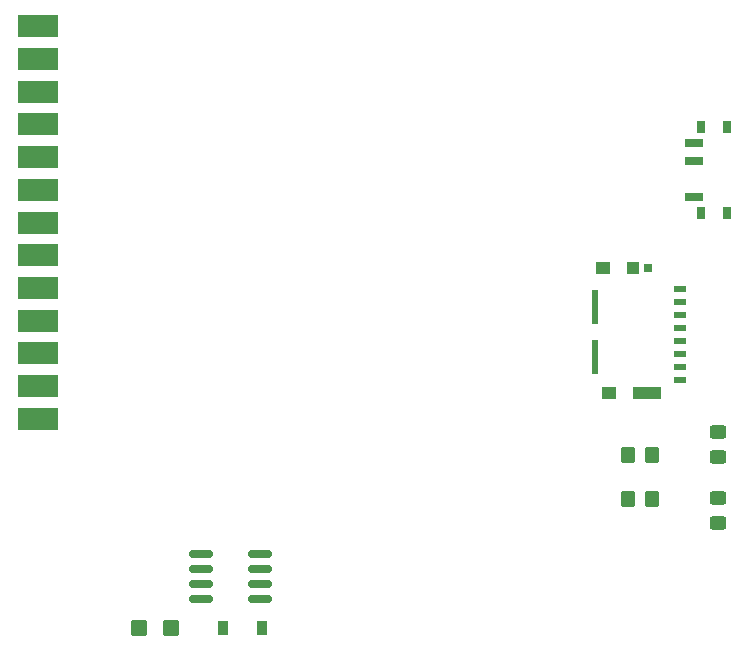
<source format=gtp>
%TF.GenerationSoftware,KiCad,Pcbnew,(6.0.4-0)*%
%TF.CreationDate,2023-01-26T09:36:58-07:00*%
%TF.ProjectId,bluescsi_iigs_internal,626c7565-7363-4736-995f-696967735f69,rev?*%
%TF.SameCoordinates,Original*%
%TF.FileFunction,Paste,Top*%
%TF.FilePolarity,Positive*%
%FSLAX46Y46*%
G04 Gerber Fmt 4.6, Leading zero omitted, Abs format (unit mm)*
G04 Created by KiCad (PCBNEW (6.0.4-0)) date 2023-01-26 09:36:58*
%MOMM*%
%LPD*%
G01*
G04 APERTURE LIST*
G04 Aperture macros list*
%AMRoundRect*
0 Rectangle with rounded corners*
0 $1 Rounding radius*
0 $2 $3 $4 $5 $6 $7 $8 $9 X,Y pos of 4 corners*
0 Add a 4 corners polygon primitive as box body*
4,1,4,$2,$3,$4,$5,$6,$7,$8,$9,$2,$3,0*
0 Add four circle primitives for the rounded corners*
1,1,$1+$1,$2,$3*
1,1,$1+$1,$4,$5*
1,1,$1+$1,$6,$7*
1,1,$1+$1,$8,$9*
0 Add four rect primitives between the rounded corners*
20,1,$1+$1,$2,$3,$4,$5,0*
20,1,$1+$1,$4,$5,$6,$7,0*
20,1,$1+$1,$6,$7,$8,$9,0*
20,1,$1+$1,$8,$9,$2,$3,0*%
G04 Aperture macros list end*
%ADD10R,0.800000X1.000000*%
%ADD11R,1.500000X0.700000*%
%ADD12RoundRect,0.249999X0.350001X0.450001X-0.350001X0.450001X-0.350001X-0.450001X0.350001X-0.450001X0*%
%ADD13RoundRect,0.249999X-0.450001X0.325001X-0.450001X-0.325001X0.450001X-0.325001X0.450001X0.325001X0*%
%ADD14RoundRect,0.249999X-0.350001X-0.450001X0.350001X-0.450001X0.350001X0.450001X-0.350001X0.450001X0*%
%ADD15RoundRect,0.249999X0.450001X-0.325001X0.450001X0.325001X-0.450001X0.325001X-0.450001X-0.325001X0*%
%ADD16R,1.000000X0.500000*%
%ADD17R,0.780000X0.720000*%
%ADD18R,1.080000X1.050000*%
%ADD19R,1.200000X1.050000*%
%ADD20R,2.390000X1.050000*%
%ADD21R,0.550000X2.910000*%
%ADD22R,3.480000X1.846667*%
%ADD23R,0.900000X1.200000*%
%ADD24RoundRect,0.250000X0.450000X0.425000X-0.450000X0.425000X-0.450000X-0.425000X0.450000X-0.425000X0*%
%ADD25RoundRect,0.150000X-0.825000X-0.150000X0.825000X-0.150000X0.825000X0.150000X-0.825000X0.150000X0*%
G04 APERTURE END LIST*
D10*
%TO.C,SW1*%
X183116000Y-57945000D03*
X185326000Y-57945000D03*
X183116000Y-65245000D03*
X185326000Y-65245000D03*
D11*
X182466000Y-63845000D03*
X182466000Y-60845000D03*
X182466000Y-59345000D03*
%TD*%
D12*
%TO.C,R2*%
X178927000Y-89408000D03*
X176927000Y-89408000D03*
%TD*%
D13*
%TO.C,D1*%
X184531000Y-83811000D03*
X184531000Y-85861000D03*
%TD*%
D14*
%TO.C,R1*%
X176927000Y-85725000D03*
X178927000Y-85725000D03*
%TD*%
D15*
%TO.C,D2*%
X184531000Y-91449000D03*
X184531000Y-89399000D03*
%TD*%
D16*
%TO.C,J3*%
X181330000Y-71634000D03*
X181330000Y-72734000D03*
X181330000Y-73834000D03*
X181330000Y-74934000D03*
X181330000Y-76034000D03*
X181330000Y-77134000D03*
X181330000Y-78234000D03*
X181330000Y-79334000D03*
D17*
X178650000Y-69874000D03*
D18*
X177380000Y-69859000D03*
D19*
X174770000Y-69859000D03*
X175340000Y-80509000D03*
D20*
X178525000Y-80509000D03*
D21*
X174095000Y-73198000D03*
X174095000Y-77388000D03*
%TD*%
D22*
%TO.C,J6*%
X127000000Y-49420000D03*
X127000000Y-52190000D03*
X127000000Y-54960000D03*
X127000000Y-57730000D03*
X127000000Y-60500000D03*
X127000000Y-63270000D03*
X127000000Y-66040000D03*
X127000000Y-68810000D03*
X127000000Y-71580000D03*
X127000000Y-74350000D03*
X127000000Y-77120000D03*
X127000000Y-79890000D03*
X127000000Y-82660000D03*
%TD*%
D23*
%TO.C,D3*%
X145922000Y-100330000D03*
X142622000Y-100330000D03*
%TD*%
D24*
%TO.C,C5*%
X138256000Y-100330000D03*
X135556000Y-100330000D03*
%TD*%
D25*
%TO.C,U4*%
X140781000Y-94107000D03*
X140781000Y-95377000D03*
X140781000Y-96647000D03*
X140781000Y-97917000D03*
X145731000Y-97917000D03*
X145731000Y-96647000D03*
X145731000Y-95377000D03*
X145731000Y-94107000D03*
%TD*%
M02*

</source>
